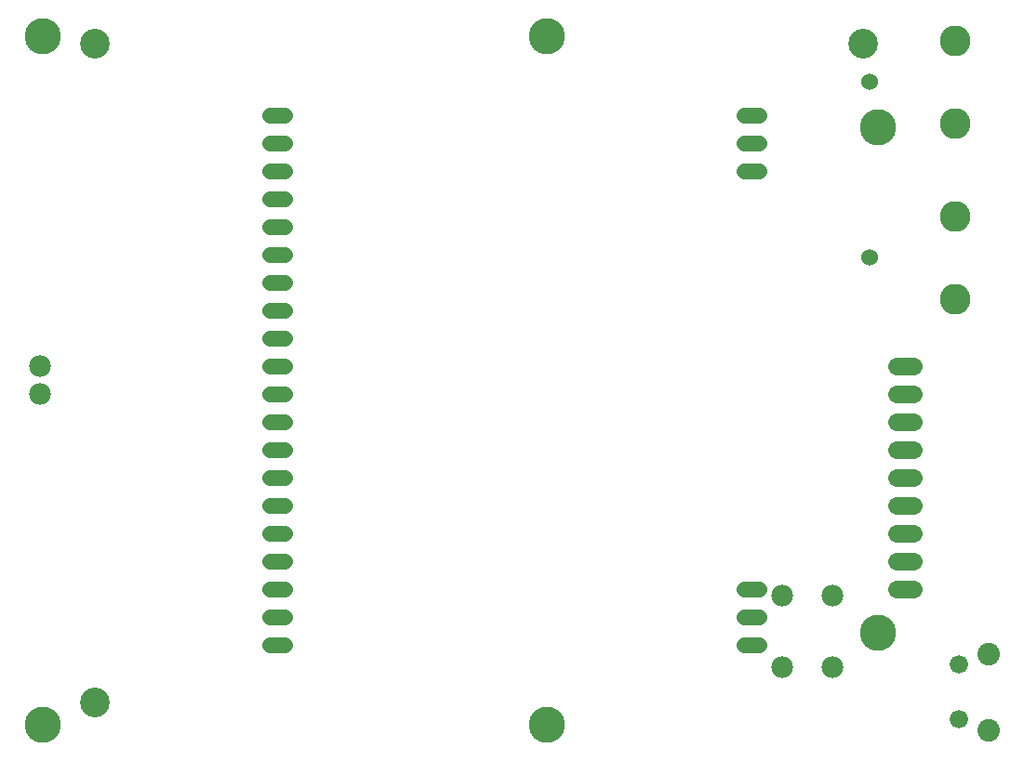
<source format=gbs>
G75*
G70*
%OFA0B0*%
%FSLAX24Y24*%
%IPPOS*%
%LPD*%
%AMOC8*
5,1,8,0,0,1.08239X$1,22.5*
%
%ADD10C,0.1300*%
%ADD11C,0.0808*%
%ADD12C,0.0660*%
%ADD13C,0.0640*%
%ADD14C,0.0780*%
%ADD15C,0.0555*%
%ADD16C,0.1064*%
%ADD17C,0.1103*%
%ADD18C,0.0602*%
D10*
X001221Y002276D03*
X019287Y002276D03*
X031154Y005563D03*
X031154Y023693D03*
X019287Y026980D03*
X001221Y026980D03*
D11*
X035130Y004824D03*
X035130Y002068D03*
D12*
X034067Y002461D03*
X034067Y004430D03*
D13*
X032430Y007134D02*
X031830Y007134D01*
X031830Y008134D02*
X032430Y008134D01*
X032430Y009134D02*
X031830Y009134D01*
X031830Y010134D02*
X032430Y010134D01*
X032430Y011134D02*
X031830Y011134D01*
X031830Y012134D02*
X032430Y012134D01*
X032430Y013134D02*
X031830Y013134D01*
X031830Y014134D02*
X032430Y014134D01*
X032430Y015134D02*
X031830Y015134D01*
D14*
X029520Y006910D03*
X027740Y006910D03*
X027740Y004350D03*
X029520Y004350D03*
X001130Y014130D03*
X001130Y015130D03*
D15*
X009373Y015130D02*
X009887Y015130D01*
X009887Y014130D02*
X009373Y014130D01*
X009373Y013130D02*
X009887Y013130D01*
X009887Y012130D02*
X009373Y012130D01*
X009373Y011130D02*
X009887Y011130D01*
X009887Y010130D02*
X009373Y010130D01*
X009373Y009130D02*
X009887Y009130D01*
X009887Y008130D02*
X009373Y008130D01*
X009373Y007130D02*
X009887Y007130D01*
X009887Y006130D02*
X009373Y006130D01*
X009373Y005130D02*
X009887Y005130D01*
X009887Y016130D02*
X009373Y016130D01*
X009373Y017130D02*
X009887Y017130D01*
X009887Y018130D02*
X009373Y018130D01*
X009373Y019130D02*
X009887Y019130D01*
X009887Y020130D02*
X009373Y020130D01*
X009373Y021130D02*
X009887Y021130D01*
X009887Y022130D02*
X009373Y022130D01*
X009373Y023130D02*
X009887Y023130D01*
X009887Y024130D02*
X009373Y024130D01*
X026373Y024130D02*
X026887Y024130D01*
X026887Y023130D02*
X026373Y023130D01*
X026373Y022130D02*
X026887Y022130D01*
X026887Y007130D02*
X026373Y007130D01*
X026373Y006130D02*
X026887Y006130D01*
X026887Y005130D02*
X026373Y005130D01*
D16*
X003083Y003083D03*
X003083Y026705D03*
X030642Y026705D03*
D17*
X033930Y026823D03*
X033930Y023831D03*
X033930Y020524D03*
X033930Y017532D03*
D18*
X030859Y019028D03*
X030859Y025327D03*
M02*

</source>
